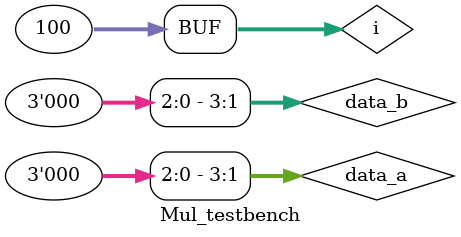
<source format=v>
module Mul ( data_a, data_b, product);

  input  [3:0] data_a ,  data_b;
  output reg [7:0] product;

  always @(*)
  
   product = data_a * data_b;

endmodule

module Mul_testbench ();

  reg [3:0] data_a ,  data_b;
  wire [7:0] product;
  integer i;

initial 
begin

    for (i = 0; i < 100; i = i + 1) 
    begin
            data_a = $random;   #100;
            data_b = $random;   #100;
    end
end
    initial 
    begin
    $display ("\t \t  Time   data_a    data_b    product");
    $monitor ("%d %b %b %b", $time , data_a , data_b , product);
    end

   Mul A ( data_a, data_b, product);
endmodule

</source>
